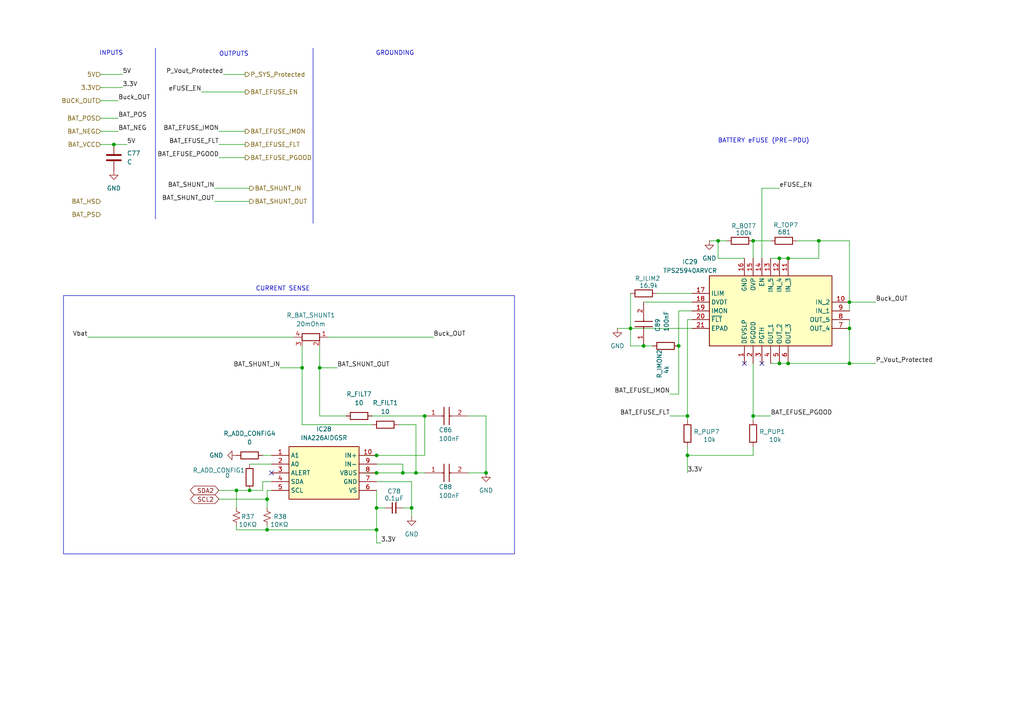
<source format=kicad_sch>
(kicad_sch (version 20250114) (generator "eeschema") (generator_version "9.0")
  (paper "A4")
  (lib_symbols
    (symbol "Device:C" (pin_numbers (hide yes)) (pin_names (offset 0.254))
      (property "Reference" "C" (at 0.635 2.54 0))
      (property "Value" "C" (at 0.635 -2.54 0))
      (symbol "C_0_1"
        (polyline (pts (xy -2.032 0.762) (xy 2.032 0.762)) (stroke (width 0.508)))
        (polyline (pts (xy -2.032 -0.762) (xy 2.032 -0.762)) (stroke (width 0.508)))
      )
      (symbol "C_1_1"
        (pin passive line (at 0 3.81 270) (length 2.794) (name "~") (number "1"))
        (pin passive line (at 0 -3.81 90) (length 2.794) (name "~") (number "2"))
      )
    )
    (symbol "Device:C_Small" (pin_numbers (hide yes)) (pin_names (offset 0.254) (hide yes))
      (property "Reference" "C" (at 0.254 1.778 0))
      (property "Value" "C_Small" (at 0.254 -2.032 0))
      (symbol "C_Small_0_1"
        (polyline (pts (xy -1.524 0.508) (xy 1.524 0.508)) (stroke (width 0.3048)))
        (polyline (pts (xy -1.524 -0.508) (xy 1.524 -0.508)) (stroke (width 0.3302)))
      )
      (symbol "C_Small_1_1"
        (pin passive line (at 0 2.54 270) (length 2.032) (name "~") (number "1"))
        (pin passive line (at 0 -2.54 90) (length 2.032) (name "~") (number "2"))
      )
    )
    (symbol "Device:R" (pin_numbers (hide yes)) (pin_names (offset 0))
      (property "Reference" "R" (at 2.032 0 90))
      (property "Value" "R" (at 0 0 90))
      (symbol "R_0_1"
        (rectangle (start -1.016 -2.54) (end 1.016 2.54) (stroke (width 0.254)))
      )
      (symbol "R_1_1"
        (pin passive line (at 0 3.81 270) (length 1.27) (name "~") (number "1"))
        (pin passive line (at 0 -3.81 90) (length 1.27) (name "~") (number "2"))
      )
    )
    (symbol "Device:R_Shunt" (pin_names (offset 0) (hide yes))
      (property "Reference" "R" (at -2.032 0 90))
      (property "Value" "R_Shunt" (at 0 0 90))
      (symbol "R_Shunt_0_1"
        (rectangle (start -1.016 -2.54) (end 1.016 2.54) (stroke (width 0.254)))
        (polyline (pts (xy 0 -2.54) (xy 1.27 -2.54)))
        (polyline (pts (xy 1.27 2.54) (xy 0 2.54)))
      )
      (symbol "R_Shunt_1_1"
        (pin passive line (at 0 5.08 270) (length 2.54) (name "~") (number "1"))
        (pin passive line (at 0 -5.08 90) (length 2.54) (name "~") (number "4"))
        (pin passive line (at 2.54 2.54 180) (length 1.27) (name "~") (number "2"))
        (pin passive line (at 2.54 -2.54 180) (length 1.27) (name "~") (number "3"))
      )
    )
    (symbol "Device:R_Small_US" (pin_numbers (hide yes)) (pin_names (offset 0.254) (hide yes))
      (property "Reference" "R" (at 0.762 0.508 0))
      (property "Value" "R_Small_US" (at 0.762 -1.016 0))
      (symbol "R_Small_US_1_1"
        (polyline (pts (xy 0 1.524) (xy 1.016 1.143) (xy 0 0.762) (xy -1.016 0.381) (xy 0 0)))
        (polyline (pts (xy 0 0) (xy 1.016 -0.381) (xy 0 -0.762) (xy -1.016 -1.143) (xy 0 -1.524)))
        (pin passive line (at 0 2.54 270) (length 1.016) (name "~") (number "1"))
        (pin passive line (at 0 -2.54 90) (length 1.016) (name "~") (number "2"))
      )
    )
    (symbol "PDU_Library:INA226AIDGSR"
      (property "Reference" "IC" (at 26.67 7.62 0))
      (property "Value" "INA226AIDGSR" (at 26.67 5.08 0))
      (symbol "INA226AIDGSR_1_1"
        (rectangle (start 5.08 2.54) (end 25.4 -12.7) (stroke (width 0.254)) (fill (type background)))
        (pin passive line (at 0 0 0) (length 5.08) (name "A1") (number "1"))
        (pin passive line (at 0 -2.54 0) (length 5.08) (name "A0") (number "2"))
        (pin passive line (at 0 -5.08 0) (length 5.08) (name "ALERT") (number "3"))
        (pin passive line (at 0 -7.62 0) (length 5.08) (name "SDA") (number "4"))
        (pin passive line (at 0 -10.16 0) (length 5.08) (name "SCL") (number "5"))
        (pin passive line (at 30.48 0 180) (length 5.08) (name "IN+") (number "10"))
        (pin passive line (at 30.48 -2.54 180) (length 5.08) (name "IN-") (number "9"))
        (pin passive line (at 30.48 -5.08 180) (length 5.08) (name "VBUS") (number "8"))
        (pin passive line (at 30.48 -7.62 180) (length 5.08) (name "GND") (number "7"))
        (pin passive line (at 30.48 -10.16 180) (length 5.08) (name "VS") (number "6"))
      )
    )
    (symbol "PULSE_Library:C0603X6S0J104M030BC" (pin_names (hide yes))
      (property "Reference" "C" (at 8.89 6.35 0))
      (property "Value" "C0603X6S0J104M030BC" (at 8.89 3.81 0))
      (symbol "C0603X6S0J104M030BC_1_1"
        (polyline (pts (xy 5.08 0) (xy 5.588 0)) (stroke (width 0.254)))
        (polyline (pts (xy 5.588 2.54) (xy 5.588 -2.54)) (stroke (width 0.254)))
        (polyline (pts (xy 7.112 2.54) (xy 7.112 -2.54)) (stroke (width 0.254)))
        (polyline (pts (xy 7.112 0) (xy 7.62 0)) (stroke (width 0.254)))
        (pin passive line (at 0 0 0) (length 5.08) (name "1") (number "1"))
        (pin passive line (at 12.7 0 180) (length 5.08) (name "2") (number "2"))
      )
    )
    (symbol "PULSE_Library:TPS25940ARVCR"
      (property "Reference" "IC" (at 26.67 15.24 0))
      (property "Value" "TPS25940ARVCR" (at 26.67 12.7 0))
      (symbol "TPS25940ARVCR_1_1"
        (rectangle (start 5.08 10.16) (end 25.4 -25.4) (stroke (width 0.254)) (fill (type background)))
        (pin passive line (at 0 0 0) (length 5.08) (name "DEVSLP") (number "1"))
        (pin passive line (at 0 -2.54 0) (length 5.08) (name "PGOOD") (number "2"))
        (pin passive line (at 0 -5.08 0) (length 5.08) (name "PGTH") (number "3"))
        (pin passive line (at 0 -7.62 0) (length 5.08) (name "OUT_1") (number "4"))
        (pin passive line (at 0 -10.16 0) (length 5.08) (name "OUT_2") (number "5"))
        (pin passive line (at 0 -12.7 0) (length 5.08) (name "OUT_3") (number "6"))
        (pin passive line (at 10.16 15.24 270) (length 5.08) (name "EPAD") (number "21"))
        (pin passive line (at 10.16 -30.48 90) (length 5.08) (name "OUT_4") (number "7"))
        (pin passive line (at 12.7 15.24 270) (length 5.08) (name "~{FLT}") (number "20"))
        (pin passive line (at 12.7 -30.48 90) (length 5.08) (name "OUT_5") (number "8"))
        (pin passive line (at 15.24 15.24 270) (length 5.08) (name "IMON") (number "19"))
        (pin passive line (at 15.24 -30.48 90) (length 5.08) (name "IN_1") (number "9"))
        (pin passive line (at 17.78 15.24 270) (length 5.08) (name "DVDT") (number "18"))
        (pin passive line (at 17.78 -30.48 90) (length 5.08) (name "IN_2") (number "10"))
        (pin passive line (at 20.32 15.24 270) (length 5.08) (name "ILIM") (number "17"))
        (pin passive line (at 30.48 0 180) (length 5.08) (name "GND") (number "16"))
        (pin passive line (at 30.48 -2.54 180) (length 5.08) (name "OVP") (number "15"))
        (pin passive line (at 30.48 -5.08 180) (length 5.08) (name "EN") (number "14"))
        (pin passive line (at 30.48 -7.62 180) (length 5.08) (name "IN_5") (number "13"))
        (pin passive line (at 30.48 -10.16 180) (length 5.08) (name "IN_4") (number "12"))
        (pin passive line (at 30.48 -12.7 180) (length 5.08) (name "IN_3") (number "11"))
      )
    )
    (symbol "power:GND" (power) (pin_numbers (hide yes)) (pin_names (offset 0) (hide yes))
      (property "Value" "GND" (at 0 -3.81 0))
      (symbol "GND_0_1"
        (polyline (pts (xy 0 0) (xy 0 -1.27) (xy 1.27 -1.27) (xy 0 -2.54) (xy -1.27 -1.27) (xy 0 -1.27)))
      )
      (symbol "GND_1_1"
        (pin power_in line (at 0 0 270) (length 0) (name "~") (number "1"))
      )
    )
  )
  (rectangle (start 18.415 85.725) (end 149.225 160.655))
  (text "BATTERY eFUSE (PRE-PDU)\n" (at 221.488 40.894 0) (effects (font (size 1.27 1.27))))
  (text "CURRENT SENSE\n" (at 82.042 83.82 0) (effects (font (size 1.27 1.27))))
  (text "GROUNDING\n" (at 114.554 15.494 0) (effects (font (size 1.27 1.27))))
  (text "OUTPUTS\n" (at 67.818 15.748 0) (effects (font (size 1.27 1.27))))
  (text "INPUTS\n" (at 32.258 15.494 0) (effects (font (size 1.27 1.27))))
  (junction (at 246.38 105.41))
  (junction (at 109.22 153.67))
  (junction (at 87.63 106.68))
  (junction (at 199.39 132.08))
  (junction (at 109.22 132.08))
  (junction (at 226.06 105.41))
  (junction (at 196.85 100.33))
  (junction (at 218.44 69.85))
  (junction (at 226.06 74.93))
  (junction (at 120.65 137.16))
  (junction (at 77.47 144.78))
  (junction (at 109.22 147.32))
  (junction (at 116.84 137.16))
  (junction (at 140.97 137.16))
  (junction (at 123.19 120.65))
  (junction (at 208.28 69.85))
  (junction (at 218.44 120.65))
  (junction (at 186.69 100.33))
  (junction (at 237.49 69.85))
  (junction (at 68.58 142.24))
  (junction (at 33.02 41.91))
  (junction (at 182.88 95.25))
  (junction (at 246.38 87.63))
  (junction (at 119.38 147.32))
  (junction (at 72.39 142.24))
  (junction (at 228.6 74.93))
  (junction (at 109.22 137.16))
  (junction (at 92.71 106.68))
  (junction (at 228.6 105.41))
  (junction (at 199.39 120.65))
  (junction (at 246.38 95.25))
  (junction (at 77.47 153.67))
  (no_connect (at 78.74 137.16))
  (no_connect (at 220.98 105.41))
  (no_connect (at 215.9 105.41))
  (wire (pts (xy 63.5 142.24) (xy 68.58 142.24)))
  (wire (pts (xy 68.58 153.67) (xy 77.47 153.67)))
  (wire (pts (xy 76.2 142.24) (xy 76.2 139.7)))
  (wire (pts (xy 223.52 74.93) (xy 226.06 74.93)))
  (wire (pts (xy 246.38 95.25) (xy 246.38 105.41)))
  (wire (pts (xy 77.47 153.67) (xy 109.22 153.67)))
  (wire (pts (xy 205.74 69.85) (xy 208.28 69.85)))
  (wire (pts (xy 25.4 97.79) (xy 85.09 97.79)))
  (wire (pts (xy 246.38 87.63) (xy 246.38 90.17)))
  (wire (pts (xy 119.38 139.7) (xy 119.38 147.32)))
  (wire (pts (xy 226.06 74.93) (xy 228.6 74.93)))
  (wire (pts (xy 33.02 41.91) (xy 36.83 41.91)))
  (wire (pts (xy 186.69 87.63) (xy 200.66 87.63)))
  (wire (pts (xy 92.71 120.65) (xy 100.33 120.65)))
  (wire (pts (xy 29.21 38.1) (xy 34.29 38.1)))
  (wire (pts (xy 223.52 105.41) (xy 226.06 105.41)))
  (wire (pts (xy 194.31 114.3) (xy 196.85 114.3)))
  (wire (pts (xy 246.38 69.85) (xy 246.38 87.63)))
  (wire (pts (xy 237.49 74.93) (xy 237.49 69.85)))
  (wire (pts (xy 29.21 29.21) (xy 34.29 29.21)))
  (wire (pts (xy 68.58 142.24) (xy 72.39 142.24)))
  (wire (pts (xy 87.63 123.19) (xy 107.95 123.19)))
  (wire (pts (xy 116.84 147.32) (xy 119.38 147.32)))
  (wire (pts (xy 116.84 134.62) (xy 109.22 134.62)))
  (wire (pts (xy 29.21 41.91) (xy 33.02 41.91)))
  (wire (pts (xy 226.06 105.41) (xy 228.6 105.41)))
  (wire (pts (xy 215.9 74.93) (xy 208.28 74.93)))
  (wire (pts (xy 120.65 137.16) (xy 116.84 137.16)))
  (wire (pts (xy 199.39 132.08) (xy 199.39 137.16)))
  (wire (pts (xy 218.44 69.85) (xy 218.44 74.93)))
  (wire (pts (xy 77.47 142.24) (xy 78.74 142.24)))
  (wire (pts (xy 105.41 132.08) (xy 109.22 132.08)))
  (wire (pts (xy 199.39 129.54) (xy 199.39 132.08)))
  (wire (pts (xy 123.19 120.65) (xy 123.19 132.08)))
  (wire (pts (xy 182.88 100.33) (xy 182.88 95.25)))
  (wire (pts (xy 196.85 90.17) (xy 196.85 100.33)))
  (wire (pts (xy 120.65 137.16) (xy 123.19 137.16)))
  (wire (pts (xy 135.89 120.65) (xy 140.97 120.65)))
  (polyline (pts (xy 90.805 13.97) (xy 90.805 64.77)))
  (wire (pts (xy 105.41 137.16) (xy 109.22 137.16)))
  (wire (pts (xy 182.88 95.25) (xy 200.66 95.25)))
  (wire (pts (xy 208.28 74.93) (xy 208.28 69.85)))
  (wire (pts (xy 226.06 54.61) (xy 220.98 54.61)))
  (wire (pts (xy 29.21 34.29) (xy 34.29 34.29)))
  (wire (pts (xy 87.63 106.68) (xy 87.63 123.19)))
  (wire (pts (xy 228.6 74.93) (xy 237.49 74.93)))
  (wire (pts (xy 109.22 139.7) (xy 119.38 139.7)))
  (wire (pts (xy 115.57 123.19) (xy 120.65 123.19)))
  (wire (pts (xy 92.71 106.68) (xy 92.71 120.65)))
  (wire (pts (xy 111.76 147.32) (xy 109.22 147.32)))
  (wire (pts (xy 109.22 137.16) (xy 116.84 137.16)))
  (wire (pts (xy 109.22 157.48) (xy 110.49 157.48)))
  (wire (pts (xy 140.97 137.16) (xy 135.89 137.16)))
  (wire (pts (xy 140.97 120.65) (xy 140.97 137.16)))
  (wire (pts (xy 208.28 69.85) (xy 210.82 69.85)))
  (wire (pts (xy 190.5 85.09) (xy 200.66 85.09)))
  (wire (pts (xy 179.07 95.25) (xy 182.88 95.25)))
  (wire (pts (xy 109.22 132.08) (xy 123.19 132.08)))
  (wire (pts (xy 76.2 139.7) (xy 78.74 139.7)))
  (polyline (pts (xy 45.085 13.97) (xy 45.085 63.5)))
  (wire (pts (xy 218.44 129.54) (xy 218.44 132.08)))
  (wire (pts (xy 109.22 153.67) (xy 109.22 157.48)))
  (wire (pts (xy 81.28 106.68) (xy 87.63 106.68)))
  (wire (pts (xy 62.23 58.42) (xy 72.39 58.42)))
  (wire (pts (xy 218.44 120.65) (xy 223.52 120.65)))
  (wire (pts (xy 189.23 100.33) (xy 186.69 100.33)))
  (wire (pts (xy 109.22 147.32) (xy 109.22 153.67)))
  (wire (pts (xy 186.69 100.33) (xy 182.88 100.33)))
  (wire (pts (xy 63.5 144.78) (xy 77.47 144.78)))
  (wire (pts (xy 218.44 120.65) (xy 218.44 121.92)))
  (wire (pts (xy 246.38 105.41) (xy 254 105.41)))
  (wire (pts (xy 63.5 45.72) (xy 71.12 45.72)))
  (wire (pts (xy 237.49 69.85) (xy 246.38 69.85)))
  (wire (pts (xy 218.44 132.08) (xy 199.39 132.08)))
  (wire (pts (xy 78.74 134.62) (xy 72.39 134.62)))
  (wire (pts (xy 95.25 97.79) (xy 125.73 97.79)))
  (wire (pts (xy 246.38 87.63) (xy 254 87.63)))
  (wire (pts (xy 223.52 69.85) (xy 218.44 69.85)))
  (wire (pts (xy 29.21 21.59) (xy 35.56 21.59)))
  (wire (pts (xy 63.5 41.91) (xy 71.12 41.91)))
  (wire (pts (xy 200.66 90.17) (xy 196.85 90.17)))
  (wire (pts (xy 77.47 144.78) (xy 77.47 142.24)))
  (wire (pts (xy 246.38 92.71) (xy 246.38 95.25)))
  (wire (pts (xy 76.2 132.08) (xy 78.74 132.08)))
  (wire (pts (xy 92.71 106.68) (xy 97.79 106.68)))
  (wire (pts (xy 182.88 85.09) (xy 182.88 95.25)))
  (wire (pts (xy 119.38 147.32) (xy 119.38 149.86)))
  (wire (pts (xy 199.39 120.65) (xy 199.39 121.92)))
  (wire (pts (xy 72.39 142.24) (xy 76.2 142.24)))
  (wire (pts (xy 68.58 152.4) (xy 68.58 153.67)))
  (wire (pts (xy 120.65 123.19) (xy 120.65 137.16)))
  (wire (pts (xy 228.6 105.41) (xy 246.38 105.41)))
  (wire (pts (xy 199.39 92.71) (xy 199.39 120.65)))
  (wire (pts (xy 58.42 26.67) (xy 71.12 26.67)))
  (wire (pts (xy 109.22 142.24) (xy 109.22 147.32)))
  (wire (pts (xy 68.58 142.24) (xy 68.58 147.32)))
  (wire (pts (xy 196.85 114.3) (xy 196.85 100.33)))
  (wire (pts (xy 220.98 54.61) (xy 220.98 74.93)))
  (wire (pts (xy 77.47 144.78) (xy 77.47 147.32)))
  (wire (pts (xy 64.77 21.59) (xy 71.12 21.59)))
  (wire (pts (xy 63.5 38.1) (xy 71.12 38.1)))
  (wire (pts (xy 116.84 137.16) (xy 116.84 134.62)))
  (wire (pts (xy 199.39 120.65) (xy 194.31 120.65)))
  (wire (pts (xy 87.63 100.33) (xy 87.63 106.68)))
  (wire (pts (xy 62.23 54.61) (xy 72.39 54.61)))
  (wire (pts (xy 77.47 152.4) (xy 77.47 153.67)))
  (wire (pts (xy 92.71 100.33) (xy 92.71 106.68)))
  (wire (pts (xy 218.44 105.41) (xy 218.44 120.65)))
  (wire (pts (xy 107.95 120.65) (xy 123.19 120.65)))
  (wire (pts (xy 237.49 69.85) (xy 231.14 69.85)))
  (wire (pts (xy 29.21 25.4) (xy 35.56 25.4)))
  (wire (pts (xy 200.66 92.71) (xy 199.39 92.71)))
  (label "BAT_NEG" (at 34.29 38.1 0))
  (label "BAT_SHUNT_OUT" (at 97.79 106.68 0))
  (label "eFUSE_EN" (at 58.42 26.67 180))
  (label "BAT_SHUNT_OUT" (at 62.23 58.42 180))
  (label "BAT_SHUNT_IN" (at 81.28 106.68 180))
  (label "3.3V" (at 110.49 157.48 0))
  (label "BAT_EFUSE_FLT" (at 194.31 120.65 180))
  (label "BAT_POS" (at 34.29 34.29 0))
  (label "BAT_EFUSE_IMON" (at 63.5 38.1 180))
  (label "BAT_SHUNT_IN" (at 62.23 54.61 180))
  (label "Vbat" (at 25.4 97.79 180))
  (label "5V" (at 35.56 21.59 0))
  (label "3.3V" (at 199.39 137.16 0))
  (label "5V" (at 36.83 41.91 0))
  (label "eFUSE_EN" (at 226.06 54.61 0))
  (label "BAT_EFUSE_PGOOD" (at 223.52 120.65 0))
  (label "BAT_EFUSE_FLT" (at 63.5 41.91 180))
  (label "P_Vout_Protected" (at 254 105.41 0))
  (label "BAT_EFUSE_IMON" (at 194.31 114.3 180))
  (label "Buck_OUT" (at 254 87.63 0))
  (label "3.3V" (at 35.56 25.4 0))
  (label "BAT_EFUSE_PGOOD" (at 63.5 45.72 180))
  (label "Buck_OUT" (at 125.73 97.79 0))
  (label "P_Vout_Protected" (at 64.77 21.59 180))
  (label "Buck_OUT" (at 34.29 29.21 0))
  (global_label "SCL2" (shape bidirectional) (at 63.5 144.78 180) (property "Intersheetrefs" "${INTERSHEET_REFS}" (effects (hide yes))))
  (global_label "SDA2" (shape bidirectional) (at 63.5 142.24 180) (property "Intersheetrefs" "${INTERSHEET_REFS}" (effects (hide yes))))
  (hierarchical_label "BAT_VCC" (shape input) (at 29.21 41.91 180))
  (hierarchical_label "BAT_SHUNT_IN" (shape output) (at 72.39 54.61 0))
  (hierarchical_label "BAT_EFUSE_IMON" (shape output) (at 71.12 38.1 0))
  (hierarchical_label "BAT_HS" (shape input) (at 29.21 58.42 180))
  (hierarchical_label "BAT_NEG" (shape input) (at 29.21 38.1 180))
  (hierarchical_label "BAT_EFUSE_EN" (shape output) (at 71.12 26.67 0))
  (hierarchical_label "3.3V" (shape input) (at 29.21 25.4 180))
  (hierarchical_label "BAT_POS" (shape input) (at 29.21 34.29 180))
  (hierarchical_label "BAT_SHUNT_OUT" (shape output) (at 72.39 58.42 0))
  (hierarchical_label "BAT_EFUSE_FLT" (shape output) (at 71.12 41.91 0))
  (hierarchical_label "5V" (shape input) (at 29.21 21.59 180))
  (hierarchical_label "BAT_PS" (shape input) (at 29.21 62.23 180))
  (hierarchical_label "P_SYS_Protected" (shape output) (at 71.12 21.59 0))
  (hierarchical_label "BAT_EFUSE_PGOOD" (shape output) (at 71.12 45.72 0))
  (hierarchical_label "BUCK_OUT" (shape input) (at 29.21 29.21 180))
  (symbol (lib_id "Device:R") (at 111.76 123.19 90) (unit 1)
    (property "Reference" "R_FILT1" (at 111.76 116.84 90))
    (property "Value" "10" (at 111.76 119.38 90))
    (property "Footprint" "Resistor_SMD:R_0603_1608Metric" (effects (hide yes)))
    (property "Description" "Resistor" (effects (hide yes)))
  )
  (symbol (lib_id "PULSE_Library:C0603X6S0J104M030BC") (at 123.19 120.65 0) (unit 1)
    (property "Reference" "C86" (at 127.254 124.714 0) (effects (justify left)))
    (property "Value" "100nF" (at 127.254 127.254 0) (effects (justify left)))
    (property "Footprint" "C0603_Commercial" (effects (hide yes)))
    (property "Datasheet" "https://product.tdk.com/system/files/dam/doc/product/capacitor/ceramic/mlcc/catalog/mlcc_commercial_general_en.pdf" (effects (hide yes)))
    (property "Description" "MULTILAYER CERAMIC CHIP CAPACITORS, 0603, Commercial grade, general (Up to 75V)" (effects (hide yes)))
    (property "Height" "0.33" (effects (hide yes)))
    (property "Mouser Part Number" "810-C0603X6S0J104M" (effects (hide yes)))
    (property "Mouser Price/Stock" "https://www.mouser.co.uk/ProductDetail/TDK/C0603X6S0J104M030BC?qs=dfay7wIA1uFo0HPqgyXFqA%3D%3D" (effects (hide yes)))
    (property "Manufacturer_Name" "TDK" (effects (hide yes)))
    (property "Manufacturer_Part_Number" "C0603X6S0J104M030BC" (effects (hide yes)))
  )
  (symbol (lib_id "Device:R") (at 193.04 100.33 90) (unit 1)
    (property "Reference" "R_IMON2" (at 191.262 109.728 0) (effects (justify left)))
    (property "Value" "4k" (at 193.294 108.458 0) (effects (justify left)))
    (property "Footprint" "Resistor_SMD:R_0603_1608Metric" (effects (hide yes)))
    (property "Description" "Resistor" (effects (hide yes)))
  )
  (symbol (lib_id "Device:R_Shunt") (at 90.17 97.79 270) (unit 1)
    (property "Reference" "R_BAT_SHUNT1" (at 90.17 91.44 90))
    (property "Value" "20mOhm" (at 90.17 93.98 90))
    (property "Description" "Shunt resistor with Kelvin connections" (effects (hide yes)))
  )
  (symbol (lib_id "Device:R_Small_US") (at 77.47 149.86 0) (unit 1)
    (property "Reference" "R38" (at 81.28 149.86 0))
    (property "Value" "10KΩ" (at 81.026 152.146 0))
    (property "Footprint" "PULSE_Library:RESC1608X55N" (effects (hide yes)))
    (property "Datasheet" "https://www.yageo.com/upload/media/product/app/datasheet/rchip/pyu-rt_1-to-0.01_rohs_l.pdf" (effects (hide yes)))
    (property "Description" "Thin Film Resistors - SMD 10K ohm 0.1% 1/10W 10ppm" (effects (hide yes)))
    (property "Height" "0.55" (effects (hide yes)))
    (property "Mouser Part Number" "603-RT0603BRD0710KL" (effects (hide yes)))
    (property "Mouser Price/Stock" "https://www.mouser.co.uk/ProductDetail/YAGEO/RT0603BRD0710KL?qs=Br90QIIERxSXuxEMyECqGA%3D%3D" (effects (hide yes)))
    (property "Manufacturer_Name" "YAGEO" (effects (hide yes)))
    (property "Manufacturer_Part_Number" "RT0603BRD0710KL" (effects (hide yes)))
  )
  (symbol (lib_id "Device:C_Small") (at 114.3 147.32 90) (unit 1)
    (property "Reference" "C78" (at 114.3 142.494 90))
    (property "Value" "0.1μF" (at 114.3 144.526 90))
    (property "Footprint" "PULSE_Library:C0603" (effects (hide yes)))
    (property "Datasheet" "https://content.kemet.com/datasheets/KEM_C1008_X8L_150C_SMD.pdf" (effects (hide yes)))
    (property "Description" "SMD Auto X8L HT150C, Ceramic, 0.1 uF, 10%, 16 VDC, 40 VDC, 150C, -55C, X8L, SMD, MLCC, High Temperature, Temperature Stable, Automotive Grade, 3.5 % , 5 GOhms, 4.8 mg, 0603, 1.6mm, 0.8mm, 0.8mm, 0.7mm, 0.35mm, 4000, 78  Weeks" (effects (hide yes)))
    (property "Height" "0.87" (effects (hide yes)))
    (property "Mouser Part Number" "80-C0603C104K4NAUTO" (effects (hide yes)))
    (property "Mouser Price/Stock" "https://www.mouser.co.uk/ProductDetail/KEMET/C0603C104K4NACAUTO?qs=hzBznG4dWXWSlpEnq3H%2Fgw%3D%3D" (effects (hide yes)))
    (property "Manufacturer_Name" "KEMET" (effects (hide yes)))
    (property "Manufacturer_Part_Number" "C0603C104K4NACAUTO" (effects (hide yes)))
  )
  (symbol (lib_id "Device:R") (at 199.39 125.73 0) (unit 1)
    (property "Reference" "R_PUP7" (at 201.168 125.222 0) (effects (justify left)))
    (property "Value" "10k" (at 203.962 127.508 0) (effects (justify left)))
    (property "Footprint" "Resistor_SMD:R_0603_1608Metric" (effects (hide yes)))
    (property "Description" "Resistor" (effects (hide yes)))
  )
  (symbol (lib_id "Device:R") (at 72.39 138.43 180) (unit 1)
    (property "Reference" "R_ADD_CONFIG1" (at 55.88 136.398 0) (effects (justify right)))
    (property "Value" "0" (at 65.278 137.922 0) (effects (justify right)))
    (property "Footprint" "Resistor_SMD:R_0603_1608Metric" (effects (hide yes)))
    (property "Description" "Resistor" (effects (hide yes)))
  )
  (symbol (lib_id "power:GND") (at 33.02 49.53 0) (unit 1)
    (property "Reference" "#PWR0136" (effects (hide yes)))
    (property "Value" "GND" (at 33.02 54.61 0))
    (property "Description" "Power symbol creates a global label with name \"GND\" , ground" (effects (hide yes)))
  )
  (symbol (lib_id "Device:R") (at 72.39 132.08 90) (unit 1)
    (property "Reference" "R_ADD_CONFIG4" (at 72.39 125.73 90))
    (property "Value" "0" (at 72.39 128.27 90))
    (property "Footprint" "Resistor_SMD:R_0603_1608Metric" (effects (hide yes)))
    (property "Description" "Resistor" (effects (hide yes)))
  )
  (symbol (lib_id "power:GND") (at 140.97 137.16 0) (unit 1)
    (property "Reference" "#PWR08" (effects (hide yes)))
    (property "Value" "GND" (at 140.97 142.24 0))
    (property "Description" "Power symbol creates a global label with name \"GND\" , ground" (effects (hide yes)))
  )
  (symbol (lib_id "power:GND") (at 205.74 69.85 0) (unit 1)
    (property "Reference" "#PWR023" (effects (hide yes)))
    (property "Value" "GND" (at 205.74 74.93 0))
    (property "Description" "Power symbol creates a global label with name \"GND\" , ground" (effects (hide yes)))
  )
  (symbol (lib_id "power:GND") (at 119.38 149.86 0) (unit 1)
    (property "Reference" "#PWR07" (effects (hide yes)))
    (property "Value" "GND" (at 119.38 154.94 0))
    (property "Description" "Power symbol creates a global label with name \"GND\" , ground" (effects (hide yes)))
  )
  (symbol (lib_id "Device:C") (at 33.02 45.72 0) (unit 1)
    (property "Reference" "C77" (at 36.83 44.4499 0) (effects (justify left)))
    (property "Value" "C" (at 36.83 46.9899 0) (effects (justify left)))
    (property "Description" "Unpolarized capacitor" (effects (hide yes)))
  )
  (symbol (lib_id "PDU_Library:INA226AIDGSR") (at 78.74 132.08 0) (unit 1)
    (property "Reference" "IC28" (at 93.98 124.46 0))
    (property "Value" "INA226AIDGSR" (at 93.98 127 0))
    (property "Footprint" "PULSE_Library:SOP50P490X110-10N" (effects (hide yes)))
    (property "Datasheet" "https://componentsearchengine.com/Datasheets/1/INA226AIDGSR.pdf" (effects (hide yes)))
    (property "Description" "36-V, Bi-Directional, Ultra-High Accuracy, Low-/High-Side, I2C Out Current/Power Monitor w/ Alert" (effects (hide yes)))
    (property "Height" "1.1" (effects (hide yes)))
    (property "Mouser Part Number" "595-INA226AIDGSR" (effects (hide yes)))
    (property "Mouser Price/Stock" "https://www.mouser.co.uk/ProductDetail/Texas-Instruments/INA226AIDGSR?qs=tQG3bEuiOZD4quG3egR36g%3D%3D" (effects (hide yes)))
    (property "Manufacturer_Name" "Texas Instruments" (effects (hide yes)))
    (property "Manufacturer_Part_Number" "INA226AIDGSR" (effects (hide yes)))
  )
  (symbol (lib_id "PULSE_Library:C0603X6S0J104M030BC") (at 186.69 100.33 90) (unit 1)
    (property "Reference" "C89" (at 190.754 96.266 0) (effects (justify left)))
    (property "Value" "100nF" (at 193.294 96.266 0) (effects (justify left)))
    (property "Footprint" "C0603_Commercial" (effects (hide yes)))
    (property "Datasheet" "https://product.tdk.com/system/files/dam/doc/product/capacitor/ceramic/mlcc/catalog/mlcc_commercial_general_en.pdf" (effects (hide yes)))
    (property "Description" "MULTILAYER CERAMIC CHIP CAPACITORS, 0603, Commercial grade, general (Up to 75V)" (effects (hide yes)))
    (property "Height" "0.33" (effects (hide yes)))
    (property "Mouser Part Number" "810-C0603X6S0J104M" (effects (hide yes)))
    (property "Mouser Price/Stock" "https://www.mouser.co.uk/ProductDetail/TDK/C0603X6S0J104M030BC?qs=dfay7wIA1uFo0HPqgyXFqA%3D%3D" (effects (hide yes)))
    (property "Manufacturer_Name" "TDK" (effects (hide yes)))
    (property "Manufacturer_Part_Number" "C0603X6S0J104M030BC" (effects (hide yes)))
  )
  (symbol (lib_id "power:GND") (at 179.07 95.25 0) (unit 1)
    (property "Reference" "#PWR013" (effects (hide yes)))
    (property "Value" "GND" (at 179.07 100.33 0))
    (property "Description" "Power symbol creates a global label with name \"GND\" , ground" (effects (hide yes)))
  )
  (symbol (lib_id "Device:R") (at 227.33 69.85 270) (unit 1)
    (property "Reference" "R_TOP7" (at 224.282 65.278 90) (effects (justify left)))
    (property "Value" "681" (at 225.552 67.31 90) (effects (justify left)))
    (property "Footprint" "Resistor_SMD:R_0603_1608Metric" (effects (hide yes)))
    (property "Description" "Resistor" (effects (hide yes)))
  )
  (symbol (lib_id "Device:R") (at 104.14 120.65 90) (unit 1)
    (property "Reference" "R_FILT7" (at 104.14 114.3 90))
    (property "Value" "10" (at 104.14 116.84 90))
    (property "Footprint" "Resistor_SMD:R_0603_1608Metric" (effects (hide yes)))
    (property "Description" "Resistor" (effects (hide yes)))
  )
  (symbol (lib_id "PULSE_Library:TPS25940ARVCR") (at 215.9 105.41 90) (unit 1)
    (property "Reference" "IC29" (at 200.152 75.946 90))
    (property "Value" "TPS25940ARVCR" (at 200.152 78.486 90))
    (property "Footprint" "PULSE_Library:QFN50P300X400X80-21N" (effects (hide yes)))
    (property "Datasheet" "http://www.ti.com/lit/ds/symlink/tps25940.pdf" (effects (hide yes)))
    (property "Description" "18V, 5A, 42m eFuse With Integrated Reverse Current Protection and DevSleep Support" (effects (hide yes)))
    (property "Height" "0.8" (effects (hide yes)))
    (property "Mouser Part Number" "595-TPS25940ARVCR" (effects (hide yes)))
    (property "Mouser Price/Stock" "https://www.mouser.co.uk/ProductDetail/Texas-Instruments/TPS25940ARVCR?qs=1MXlzafEN38UtOFn%252BxDXYg%3D%3D" (effects (hide yes)))
    (property "Manufacturer_Name" "Texas Instruments" (effects (hide yes)))
    (property "Manufacturer_Part_Number" "TPS25940ARVCR" (effects (hide yes)))
  )
  (symbol (lib_id "PULSE_Library:C0603X6S0J104M030BC") (at 123.19 137.16 0) (unit 1)
    (property "Reference" "C88" (at 127.254 141.224 0) (effects (justify left)))
    (property "Value" "100nF" (at 127.254 143.764 0) (effects (justify left)))
    (property "Footprint" "C0603_Commercial" (effects (hide yes)))
    (property "Datasheet" "https://product.tdk.com/system/files/dam/doc/product/capacitor/ceramic/mlcc/catalog/mlcc_commercial_general_en.pdf" (effects (hide yes)))
    (property "Description" "MULTILAYER CERAMIC CHIP CAPACITORS, 0603, Commercial grade, general (Up to 75V)" (effects (hide yes)))
    (property "Height" "0.33" (effects (hide yes)))
    (property "Mouser Part Number" "810-C0603X6S0J104M" (effects (hide yes)))
    (property "Mouser Price/Stock" "https://www.mouser.co.uk/ProductDetail/TDK/C0603X6S0J104M030BC?qs=dfay7wIA1uFo0HPqgyXFqA%3D%3D" (effects (hide yes)))
    (property "Manufacturer_Name" "TDK" (effects (hide yes)))
    (property "Manufacturer_Part_Number" "C0603X6S0J104M030BC" (effects (hide yes)))
  )
  (symbol (lib_id "Device:R") (at 186.69 85.09 270) (unit 1)
    (property "Reference" "R_ILIM2" (at 184.15 80.772 90) (effects (justify left)))
    (property "Value" "16.9k" (at 185.42 82.804 90) (effects (justify left)))
    (property "Footprint" "Resistor_SMD:R_0603_1608Metric" (effects (hide yes)))
    (property "Description" "Resistor" (effects (hide yes)))
  )
  (symbol (lib_id "Device:R_Small_US") (at 68.58 149.86 0) (unit 1)
    (property "Reference" "R37" (at 71.882 149.86 0))
    (property "Value" "10KΩ" (at 71.882 152.146 0))
    (property "Footprint" "PULSE_Library:RESC1608X55N" (effects (hide yes)))
    (property "Datasheet" "https://www.yageo.com/upload/media/product/app/datasheet/rchip/pyu-rt_1-to-0.01_rohs_l.pdf" (effects (hide yes)))
    (property "Description" "Thin Film Resistors - SMD 10K ohm 0.1% 1/10W 10ppm" (effects (hide yes)))
    (property "Height" "0.55" (effects (hide yes)))
    (property "Mouser Part Number" "603-RT0603BRD0710KL" (effects (hide yes)))
    (property "Mouser Price/Stock" "https://www.mouser.co.uk/ProductDetail/YAGEO/RT0603BRD0710KL?qs=Br90QIIERxSXuxEMyECqGA%3D%3D" (effects (hide yes)))
    (property "Manufacturer_Name" "YAGEO" (effects (hide yes)))
    (property "Manufacturer_Part_Number" "RT0603BRD0710KL" (effects (hide yes)))
  )
  (symbol (lib_id "Device:R") (at 214.63 69.85 270) (unit 1)
    (property "Reference" "R_BOT7" (at 212.09 65.532 90) (effects (justify left)))
    (property "Value" "100k" (at 213.36 67.564 90) (effects (justify left)))
    (property "Footprint" "Resistor_SMD:R_0603_1608Metric" (effects (hide yes)))
    (property "Description" "Resistor" (effects (hide yes)))
  )
  (symbol (lib_id "Device:R") (at 218.44 125.73 0) (unit 1)
    (property "Reference" "R_PUP1" (at 220.218 125.222 0) (effects (justify left)))
    (property "Value" "10k" (at 223.012 127.508 0) (effects (justify left)))
    (property "Footprint" "Resistor_SMD:R_0603_1608Metric" (effects (hide yes)))
    (property "Description" "Resistor" (effects (hide yes)))
  )
  (symbol (lib_id "power:GND") (at 68.58 132.08 270) (unit 1)
    (property "Reference" "#PWR0135" (effects (hide yes)))
    (property "Value" "GND" (at 64.77 132.0799 90) (effects (justify right)))
    (property "Description" "Power symbol creates a global label with name \"GND\" , ground" (effects (hide yes)))
  )
)
</source>
